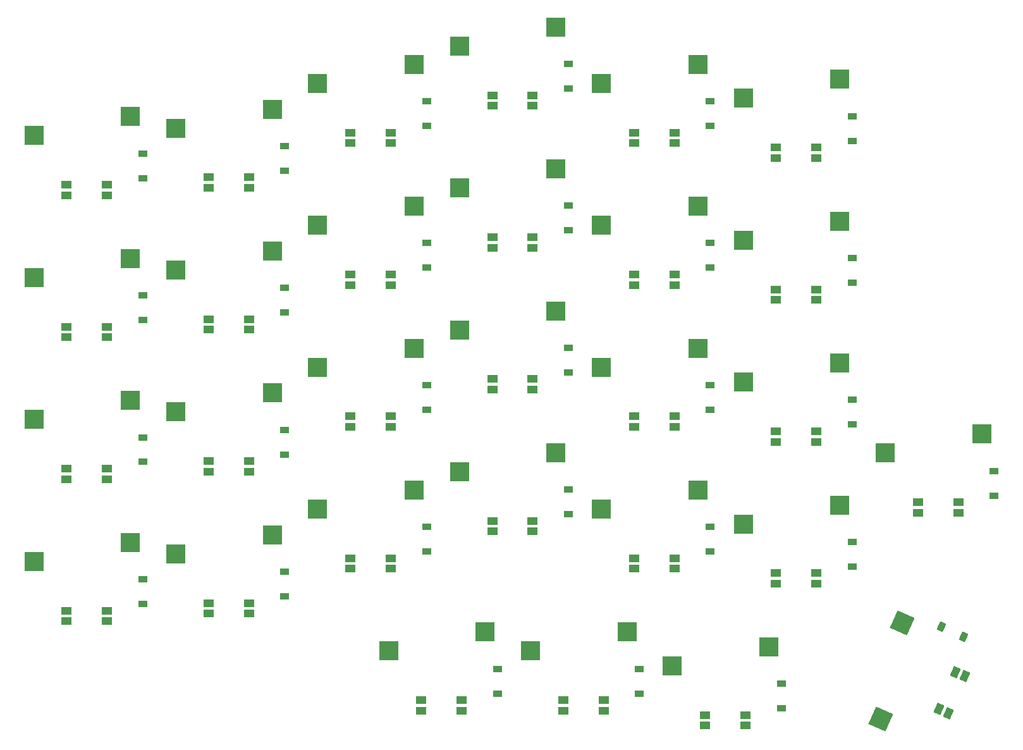
<source format=gbr>
%TF.GenerationSoftware,KiCad,Pcbnew,8.0.6*%
%TF.CreationDate,2024-12-27T20:41:03+01:00*%
%TF.ProjectId,left,6c656674-2e6b-4696-9361-645f70636258,0.1*%
%TF.SameCoordinates,Original*%
%TF.FileFunction,Paste,Bot*%
%TF.FilePolarity,Positive*%
%FSLAX46Y46*%
G04 Gerber Fmt 4.6, Leading zero omitted, Abs format (unit mm)*
G04 Created by KiCad (PCBNEW 8.0.6) date 2024-12-27 20:41:03*
%MOMM*%
%LPD*%
G01*
G04 APERTURE LIST*
G04 Aperture macros list*
%AMRotRect*
0 Rectangle, with rotation*
0 The origin of the aperture is its center*
0 $1 length*
0 $2 width*
0 $3 Rotation angle, in degrees counterclockwise*
0 Add horizontal line*
21,1,$1,$2,0,0,$3*%
G04 Aperture macros list end*
%ADD10R,1.400000X1.000000*%
%ADD11R,2.550000X2.500000*%
%ADD12R,1.200000X0.900000*%
%ADD13RotRect,0.900000X1.200000X156.000000*%
%ADD14RotRect,1.400000X1.000000X246.000000*%
%ADD15RotRect,2.550000X2.500000X66.000000*%
G04 APERTURE END LIST*
D10*
%TO.C,LED8*%
X188700000Y-111450000D03*
X188700000Y-110050000D03*
X183300000Y-110050000D03*
X183300000Y-111450000D03*
%TD*%
%TO.C,LED25*%
X240300000Y-150050000D03*
X240300000Y-151450000D03*
X245700000Y-151450000D03*
X245700000Y-150050000D03*
%TD*%
D11*
%TO.C,S29*%
X254915000Y-152960000D03*
X267842000Y-150420000D03*
%TD*%
D12*
%TO.C,D8*%
X174500000Y-115150000D03*
X174500000Y-111850000D03*
%TD*%
D10*
%TO.C,LED2*%
X150700000Y-156450000D03*
X150700000Y-155050000D03*
X145300000Y-155050000D03*
X145300000Y-156450000D03*
%TD*%
D12*
%TO.C,D4*%
X155500000Y-116150000D03*
X155500000Y-112850000D03*
%TD*%
%TO.C,D16*%
X212500000Y-104150000D03*
X212500000Y-100850000D03*
%TD*%
%TO.C,D25*%
X203000000Y-185150000D03*
X203000000Y-181850000D03*
%TD*%
D10*
%TO.C,LED5*%
X188700000Y-168450000D03*
X188700000Y-167050000D03*
X183300000Y-167050000D03*
X183300000Y-168450000D03*
%TD*%
D11*
%TO.C,S2*%
X140915000Y-148460000D03*
X153842000Y-145920000D03*
%TD*%
D12*
%TO.C,D11*%
X193500000Y-128150000D03*
X193500000Y-124850000D03*
%TD*%
D13*
%TO.C,D28*%
X265428193Y-177529629D03*
X262413493Y-176187399D03*
%TD*%
D11*
%TO.C,S8*%
X159915000Y-109460000D03*
X172842000Y-106920000D03*
%TD*%
%TO.C,S22*%
X235915000Y-143460000D03*
X248842000Y-140920000D03*
%TD*%
%TO.C,S21*%
X235915000Y-162460000D03*
X248842000Y-159920000D03*
%TD*%
D10*
%TO.C,LED10*%
X226700000Y-149450000D03*
X226700000Y-148050000D03*
X221300000Y-148050000D03*
X221300000Y-149450000D03*
%TD*%
D12*
%TO.C,D18*%
X231500000Y-147150000D03*
X231500000Y-143850000D03*
%TD*%
D10*
%TO.C,LED14*%
X236200000Y-189450000D03*
X236200000Y-188050000D03*
X230800000Y-188050000D03*
X230800000Y-189450000D03*
%TD*%
D11*
%TO.C,S7*%
X159915000Y-128460000D03*
X172842000Y-125920000D03*
%TD*%
D10*
%TO.C,LED4*%
X150700000Y-118450000D03*
X150700000Y-117050000D03*
X145300000Y-117050000D03*
X145300000Y-118450000D03*
%TD*%
D12*
%TO.C,D23*%
X250500000Y-130150000D03*
X250500000Y-126850000D03*
%TD*%
%TO.C,D19*%
X231500000Y-128150000D03*
X231500000Y-124850000D03*
%TD*%
D10*
%TO.C,LED6*%
X188700000Y-149450000D03*
X188700000Y-148050000D03*
X183300000Y-148050000D03*
X183300000Y-149450000D03*
%TD*%
D11*
%TO.C,S27*%
X226415000Y-181460000D03*
X239342000Y-178920000D03*
%TD*%
%TO.C,S26*%
X207415000Y-179460000D03*
X220342000Y-176920000D03*
%TD*%
%TO.C,S18*%
X216915000Y-141460000D03*
X229842000Y-138920000D03*
%TD*%
D12*
%TO.C,D22*%
X250500000Y-149150000D03*
X250500000Y-145850000D03*
%TD*%
%TO.C,D26*%
X222000000Y-185150000D03*
X222000000Y-181850000D03*
%TD*%
D11*
%TO.C,S20*%
X216915000Y-103460000D03*
X229842000Y-100920000D03*
%TD*%
D10*
%TO.C,LED23*%
X202300000Y-105050000D03*
X202300000Y-106450000D03*
X207700000Y-106450000D03*
X207700000Y-105050000D03*
%TD*%
D11*
%TO.C,S17*%
X216915000Y-160460000D03*
X229842000Y-157920000D03*
%TD*%
D12*
%TO.C,D27*%
X241000000Y-187150000D03*
X241000000Y-183850000D03*
%TD*%
D10*
%TO.C,LED7*%
X188700000Y-130450000D03*
X188700000Y-129050000D03*
X183300000Y-129050000D03*
X183300000Y-130450000D03*
%TD*%
D14*
%TO.C,LED29*%
X262101670Y-187213856D03*
X263380634Y-187783287D03*
X265577012Y-182850142D03*
X264298048Y-182280711D03*
%TD*%
D12*
%TO.C,D9*%
X193500000Y-166150000D03*
X193500000Y-162850000D03*
%TD*%
D11*
%TO.C,S6*%
X159915000Y-147460000D03*
X172842000Y-144920000D03*
%TD*%
D10*
%TO.C,LED19*%
X164300000Y-116050000D03*
X164300000Y-117450000D03*
X169700000Y-117450000D03*
X169700000Y-116050000D03*
%TD*%
D12*
%TO.C,D14*%
X212500000Y-142150000D03*
X212500000Y-138850000D03*
%TD*%
D11*
%TO.C,S25*%
X188415000Y-179460000D03*
X201342000Y-176920000D03*
%TD*%
D12*
%TO.C,D7*%
X174500000Y-134150000D03*
X174500000Y-130850000D03*
%TD*%
D11*
%TO.C,S4*%
X140915000Y-110460000D03*
X153842000Y-107920000D03*
%TD*%
D12*
%TO.C,D29*%
X269500000Y-158650000D03*
X269500000Y-155350000D03*
%TD*%
%TO.C,D1*%
X155500000Y-173150000D03*
X155500000Y-169850000D03*
%TD*%
D11*
%TO.C,S10*%
X178915000Y-141460000D03*
X191842000Y-138920000D03*
%TD*%
%TO.C,S9*%
X178915000Y-160460000D03*
X191842000Y-157920000D03*
%TD*%
D10*
%TO.C,LED28*%
X211800000Y-186050000D03*
X211800000Y-187450000D03*
X217200000Y-187450000D03*
X217200000Y-186050000D03*
%TD*%
%TO.C,LED13*%
X198200000Y-187450000D03*
X198200000Y-186050000D03*
X192800000Y-186050000D03*
X192800000Y-187450000D03*
%TD*%
D12*
%TO.C,D6*%
X174500000Y-153150000D03*
X174500000Y-149850000D03*
%TD*%
D11*
%TO.C,S12*%
X178915000Y-103460000D03*
X191842000Y-100920000D03*
%TD*%
D10*
%TO.C,LED11*%
X226700000Y-130450000D03*
X226700000Y-129050000D03*
X221300000Y-129050000D03*
X221300000Y-130450000D03*
%TD*%
%TO.C,LED9*%
X226700000Y-168450000D03*
X226700000Y-167050000D03*
X221300000Y-167050000D03*
X221300000Y-168450000D03*
%TD*%
D12*
%TO.C,D10*%
X193500000Y-147150000D03*
X193500000Y-143850000D03*
%TD*%
%TO.C,D21*%
X250500000Y-168150000D03*
X250500000Y-164850000D03*
%TD*%
D11*
%TO.C,S3*%
X140915000Y-129460000D03*
X153842000Y-126920000D03*
%TD*%
D12*
%TO.C,D5*%
X174500000Y-172150000D03*
X174500000Y-168850000D03*
%TD*%
D10*
%TO.C,LED20*%
X202300000Y-162050000D03*
X202300000Y-163450000D03*
X207700000Y-163450000D03*
X207700000Y-162050000D03*
%TD*%
D11*
%TO.C,S19*%
X216915000Y-122460000D03*
X229842000Y-119920000D03*
%TD*%
D10*
%TO.C,LED3*%
X150700000Y-137450000D03*
X150700000Y-136050000D03*
X145300000Y-136050000D03*
X145300000Y-137450000D03*
%TD*%
D11*
%TO.C,S24*%
X235915000Y-105460000D03*
X248842000Y-102920000D03*
%TD*%
D10*
%TO.C,LED1*%
X150700000Y-175450000D03*
X150700000Y-174050000D03*
X145300000Y-174050000D03*
X145300000Y-175450000D03*
%TD*%
D12*
%TO.C,D24*%
X250500000Y-111150000D03*
X250500000Y-107850000D03*
%TD*%
%TO.C,D20*%
X231500000Y-109150000D03*
X231500000Y-105850000D03*
%TD*%
D10*
%TO.C,LED16*%
X164300000Y-173050000D03*
X164300000Y-174450000D03*
X169700000Y-174450000D03*
X169700000Y-173050000D03*
%TD*%
D12*
%TO.C,D3*%
X155500000Y-135150000D03*
X155500000Y-131850000D03*
%TD*%
D11*
%TO.C,S1*%
X140915000Y-167460000D03*
X153842000Y-164920000D03*
%TD*%
D10*
%TO.C,LED22*%
X202300000Y-124050000D03*
X202300000Y-125450000D03*
X207700000Y-125450000D03*
X207700000Y-124050000D03*
%TD*%
%TO.C,LED21*%
X202300000Y-143050000D03*
X202300000Y-144450000D03*
X207700000Y-144450000D03*
X207700000Y-143050000D03*
%TD*%
D11*
%TO.C,S16*%
X197915000Y-98460000D03*
X210842000Y-95920000D03*
%TD*%
D10*
%TO.C,LED18*%
X164300000Y-135050000D03*
X164300000Y-136450000D03*
X169700000Y-136450000D03*
X169700000Y-135050000D03*
%TD*%
D12*
%TO.C,D17*%
X231500000Y-166150000D03*
X231500000Y-162850000D03*
%TD*%
D11*
%TO.C,S11*%
X178915000Y-122460000D03*
X191842000Y-119920000D03*
%TD*%
D12*
%TO.C,D2*%
X155500000Y-154150000D03*
X155500000Y-150850000D03*
%TD*%
D15*
%TO.C,S28*%
X254297865Y-188539358D03*
X257235345Y-175696845D03*
%TD*%
D12*
%TO.C,D15*%
X212500000Y-123150000D03*
X212500000Y-119850000D03*
%TD*%
D11*
%TO.C,S23*%
X235915000Y-124460000D03*
X248842000Y-121920000D03*
%TD*%
%TO.C,S13*%
X197915000Y-155460000D03*
X210842000Y-152920000D03*
%TD*%
%TO.C,S5*%
X159915000Y-166460000D03*
X172842000Y-163920000D03*
%TD*%
D10*
%TO.C,LED27*%
X240300000Y-112050000D03*
X240300000Y-113450000D03*
X245700000Y-113450000D03*
X245700000Y-112050000D03*
%TD*%
D12*
%TO.C,D13*%
X212500000Y-161150000D03*
X212500000Y-157850000D03*
%TD*%
D11*
%TO.C,S15*%
X197915000Y-117460000D03*
X210842000Y-114920000D03*
%TD*%
D10*
%TO.C,LED24*%
X240300000Y-169050000D03*
X240300000Y-170450000D03*
X245700000Y-170450000D03*
X245700000Y-169050000D03*
%TD*%
D11*
%TO.C,S14*%
X197915000Y-136460000D03*
X210842000Y-133920000D03*
%TD*%
D10*
%TO.C,LED12*%
X226700000Y-111450000D03*
X226700000Y-110050000D03*
X221300000Y-110050000D03*
X221300000Y-111450000D03*
%TD*%
D12*
%TO.C,D12*%
X193500000Y-109150000D03*
X193500000Y-105850000D03*
%TD*%
D10*
%TO.C,LED26*%
X240300000Y-131050000D03*
X240300000Y-132450000D03*
X245700000Y-132450000D03*
X245700000Y-131050000D03*
%TD*%
%TO.C,LED17*%
X164300000Y-154050000D03*
X164300000Y-155450000D03*
X169700000Y-155450000D03*
X169700000Y-154050000D03*
%TD*%
%TO.C,LED15*%
X264700000Y-160950000D03*
X264700000Y-159550000D03*
X259300000Y-159550000D03*
X259300000Y-160950000D03*
%TD*%
M02*

</source>
